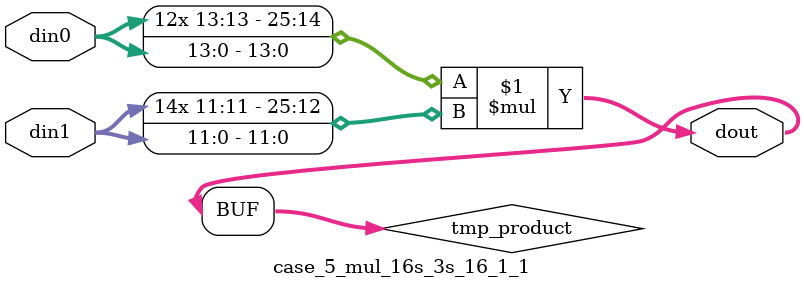
<source format=v>

`timescale 1 ns / 1 ps

 module case_5_mul_16s_3s_16_1_1(din0, din1, dout);
parameter ID = 1;
parameter NUM_STAGE = 0;
parameter din0_WIDTH = 14;
parameter din1_WIDTH = 12;
parameter dout_WIDTH = 26;

input [din0_WIDTH - 1 : 0] din0; 
input [din1_WIDTH - 1 : 0] din1; 
output [dout_WIDTH - 1 : 0] dout;

wire signed [dout_WIDTH - 1 : 0] tmp_product;



























assign tmp_product = $signed(din0) * $signed(din1);








assign dout = tmp_product;





















endmodule

</source>
